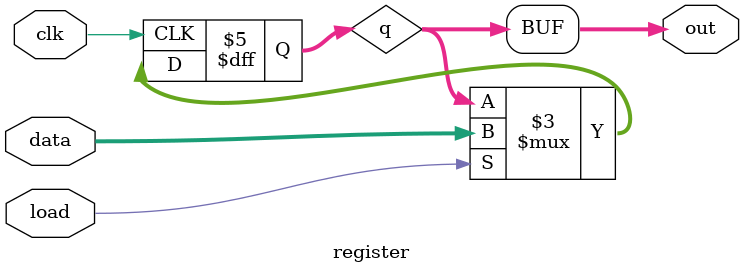
<source format=v>
module register(clk, data, load, out);
  input        clk;
  input        load;
  input  [7:0] data;
  output [7:0] out;

  reg [7:0] q;
  assign out = q;

  initial q = 8'h00;

  always @(posedge clk) begin
    if (load) q <= data;
  end
endmodule

</source>
